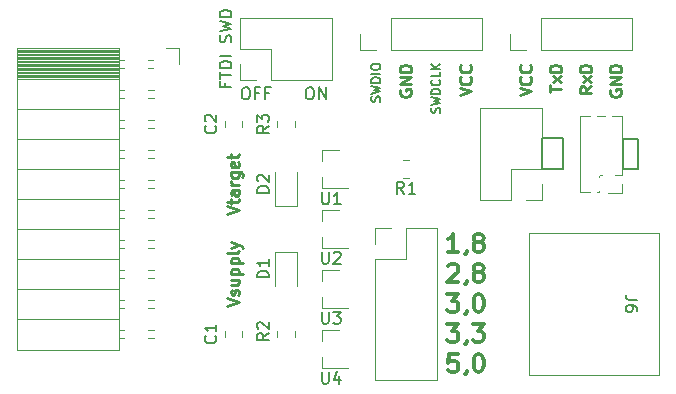
<source format=gbr>
G04 #@! TF.GenerationSoftware,KiCad,Pcbnew,(6.0.2)*
G04 #@! TF.CreationDate,2022-03-04T18:18:09+01:00*
G04 #@! TF.ProjectId,LINK,4c494e4b-2e6b-4696-9361-645f70636258,rev?*
G04 #@! TF.SameCoordinates,Original*
G04 #@! TF.FileFunction,Legend,Top*
G04 #@! TF.FilePolarity,Positive*
%FSLAX46Y46*%
G04 Gerber Fmt 4.6, Leading zero omitted, Abs format (unit mm)*
G04 Created by KiCad (PCBNEW (6.0.2)) date 2022-03-04 18:18:09*
%MOMM*%
%LPD*%
G01*
G04 APERTURE LIST*
%ADD10C,0.150000*%
%ADD11C,0.187500*%
%ADD12C,0.250000*%
%ADD13C,0.300000*%
%ADD14C,0.120000*%
G04 APERTURE END LIST*
D10*
X158810000Y-74900000D02*
X160655000Y-74900000D01*
X160655000Y-74900000D02*
X160655000Y-77470000D01*
X160655000Y-77470000D02*
X158810000Y-77470000D01*
X158810000Y-77470000D02*
X158810000Y-74900000D01*
X165735000Y-74930000D02*
X167005000Y-74930000D01*
X167005000Y-74930000D02*
X167005000Y-77470000D01*
X167005000Y-77470000D02*
X165735000Y-77470000D01*
X165735000Y-77470000D02*
X165735000Y-74930000D01*
D11*
X150163571Y-72733589D02*
X150199285Y-72626446D01*
X150199285Y-72447875D01*
X150163571Y-72376446D01*
X150127857Y-72340732D01*
X150056428Y-72305017D01*
X149985000Y-72305017D01*
X149913571Y-72340732D01*
X149877857Y-72376446D01*
X149842142Y-72447875D01*
X149806428Y-72590732D01*
X149770714Y-72662160D01*
X149735000Y-72697875D01*
X149663571Y-72733589D01*
X149592142Y-72733589D01*
X149520714Y-72697875D01*
X149485000Y-72662160D01*
X149449285Y-72590732D01*
X149449285Y-72412160D01*
X149485000Y-72305017D01*
X149449285Y-72055017D02*
X150199285Y-71876446D01*
X149663571Y-71733589D01*
X150199285Y-71590732D01*
X149449285Y-71412160D01*
X150199285Y-71126446D02*
X149449285Y-71126446D01*
X149449285Y-70947875D01*
X149485000Y-70840732D01*
X149556428Y-70769303D01*
X149627857Y-70733589D01*
X149770714Y-70697875D01*
X149877857Y-70697875D01*
X150020714Y-70733589D01*
X150092142Y-70769303D01*
X150163571Y-70840732D01*
X150199285Y-70947875D01*
X150199285Y-71126446D01*
X150127857Y-69947875D02*
X150163571Y-69983589D01*
X150199285Y-70090732D01*
X150199285Y-70162160D01*
X150163571Y-70269303D01*
X150092142Y-70340732D01*
X150020714Y-70376446D01*
X149877857Y-70412160D01*
X149770714Y-70412160D01*
X149627857Y-70376446D01*
X149556428Y-70340732D01*
X149485000Y-70269303D01*
X149449285Y-70162160D01*
X149449285Y-70090732D01*
X149485000Y-69983589D01*
X149520714Y-69947875D01*
X150199285Y-69269303D02*
X150199285Y-69626446D01*
X149449285Y-69626446D01*
X150199285Y-69019303D02*
X149449285Y-69019303D01*
X150199285Y-68590732D02*
X149770714Y-68912160D01*
X149449285Y-68590732D02*
X149877857Y-69019303D01*
D12*
X151852380Y-71250404D02*
X152852380Y-70917071D01*
X151852380Y-70583738D01*
X152757142Y-69678976D02*
X152804761Y-69726595D01*
X152852380Y-69869452D01*
X152852380Y-69964690D01*
X152804761Y-70107547D01*
X152709523Y-70202785D01*
X152614285Y-70250404D01*
X152423809Y-70298023D01*
X152280952Y-70298023D01*
X152090476Y-70250404D01*
X151995238Y-70202785D01*
X151900000Y-70107547D01*
X151852380Y-69964690D01*
X151852380Y-69869452D01*
X151900000Y-69726595D01*
X151947619Y-69678976D01*
X152757142Y-68678976D02*
X152804761Y-68726595D01*
X152852380Y-68869452D01*
X152852380Y-68964690D01*
X152804761Y-69107547D01*
X152709523Y-69202785D01*
X152614285Y-69250404D01*
X152423809Y-69298023D01*
X152280952Y-69298023D01*
X152090476Y-69250404D01*
X151995238Y-69202785D01*
X151900000Y-69107547D01*
X151852380Y-68964690D01*
X151852380Y-68869452D01*
X151900000Y-68726595D01*
X151947619Y-68678976D01*
X156932380Y-71250404D02*
X157932380Y-70917071D01*
X156932380Y-70583738D01*
X157837142Y-69678976D02*
X157884761Y-69726595D01*
X157932380Y-69869452D01*
X157932380Y-69964690D01*
X157884761Y-70107547D01*
X157789523Y-70202785D01*
X157694285Y-70250404D01*
X157503809Y-70298023D01*
X157360952Y-70298023D01*
X157170476Y-70250404D01*
X157075238Y-70202785D01*
X156980000Y-70107547D01*
X156932380Y-69964690D01*
X156932380Y-69869452D01*
X156980000Y-69726595D01*
X157027619Y-69678976D01*
X157837142Y-68678976D02*
X157884761Y-68726595D01*
X157932380Y-68869452D01*
X157932380Y-68964690D01*
X157884761Y-69107547D01*
X157789523Y-69202785D01*
X157694285Y-69250404D01*
X157503809Y-69298023D01*
X157360952Y-69298023D01*
X157170476Y-69250404D01*
X157075238Y-69202785D01*
X156980000Y-69107547D01*
X156932380Y-68964690D01*
X156932380Y-68869452D01*
X156980000Y-68726595D01*
X157027619Y-68678976D01*
X164600000Y-70774214D02*
X164552380Y-70869452D01*
X164552380Y-71012309D01*
X164600000Y-71155166D01*
X164695238Y-71250404D01*
X164790476Y-71298023D01*
X164980952Y-71345642D01*
X165123809Y-71345642D01*
X165314285Y-71298023D01*
X165409523Y-71250404D01*
X165504761Y-71155166D01*
X165552380Y-71012309D01*
X165552380Y-70917071D01*
X165504761Y-70774214D01*
X165457142Y-70726595D01*
X165123809Y-70726595D01*
X165123809Y-70917071D01*
X165552380Y-70298023D02*
X164552380Y-70298023D01*
X165552380Y-69726595D01*
X164552380Y-69726595D01*
X165552380Y-69250404D02*
X164552380Y-69250404D01*
X164552380Y-69012309D01*
X164600000Y-68869452D01*
X164695238Y-68774214D01*
X164790476Y-68726595D01*
X164980952Y-68678976D01*
X165123809Y-68678976D01*
X165314285Y-68726595D01*
X165409523Y-68774214D01*
X165504761Y-68869452D01*
X165552380Y-69012309D01*
X165552380Y-69250404D01*
X163012380Y-70488500D02*
X162536190Y-70821833D01*
X163012380Y-71059928D02*
X162012380Y-71059928D01*
X162012380Y-70678976D01*
X162060000Y-70583738D01*
X162107619Y-70536119D01*
X162202857Y-70488500D01*
X162345714Y-70488500D01*
X162440952Y-70536119D01*
X162488571Y-70583738D01*
X162536190Y-70678976D01*
X162536190Y-71059928D01*
X163012380Y-70155166D02*
X162345714Y-69631357D01*
X162345714Y-70155166D02*
X163012380Y-69631357D01*
X163012380Y-69250404D02*
X162012380Y-69250404D01*
X162012380Y-69012309D01*
X162060000Y-68869452D01*
X162155238Y-68774214D01*
X162250476Y-68726595D01*
X162440952Y-68678976D01*
X162583809Y-68678976D01*
X162774285Y-68726595D01*
X162869523Y-68774214D01*
X162964761Y-68869452D01*
X163012380Y-69012309D01*
X163012380Y-69250404D01*
X159472380Y-70964690D02*
X159472380Y-70393261D01*
X160472380Y-70678976D02*
X159472380Y-70678976D01*
X160472380Y-70155166D02*
X159805714Y-69631357D01*
X159805714Y-70155166D02*
X160472380Y-69631357D01*
X160472380Y-69250404D02*
X159472380Y-69250404D01*
X159472380Y-69012309D01*
X159520000Y-68869452D01*
X159615238Y-68774214D01*
X159710476Y-68726595D01*
X159900952Y-68678976D01*
X160043809Y-68678976D01*
X160234285Y-68726595D01*
X160329523Y-68774214D01*
X160424761Y-68869452D01*
X160472380Y-69012309D01*
X160472380Y-69250404D01*
D10*
X132008571Y-70214761D02*
X132008571Y-70548095D01*
X132532380Y-70548095D02*
X131532380Y-70548095D01*
X131532380Y-70071904D01*
X131532380Y-69833809D02*
X131532380Y-69262380D01*
X132532380Y-69548095D02*
X131532380Y-69548095D01*
X132532380Y-68929047D02*
X131532380Y-68929047D01*
X131532380Y-68690952D01*
X131580000Y-68548095D01*
X131675238Y-68452857D01*
X131770476Y-68405238D01*
X131960952Y-68357619D01*
X132103809Y-68357619D01*
X132294285Y-68405238D01*
X132389523Y-68452857D01*
X132484761Y-68548095D01*
X132532380Y-68690952D01*
X132532380Y-68929047D01*
X132532380Y-67929047D02*
X131532380Y-67929047D01*
X132484761Y-66738571D02*
X132532380Y-66595714D01*
X132532380Y-66357619D01*
X132484761Y-66262380D01*
X132437142Y-66214761D01*
X132341904Y-66167142D01*
X132246666Y-66167142D01*
X132151428Y-66214761D01*
X132103809Y-66262380D01*
X132056190Y-66357619D01*
X132008571Y-66548095D01*
X131960952Y-66643333D01*
X131913333Y-66690952D01*
X131818095Y-66738571D01*
X131722857Y-66738571D01*
X131627619Y-66690952D01*
X131580000Y-66643333D01*
X131532380Y-66548095D01*
X131532380Y-66310000D01*
X131580000Y-66167142D01*
X131532380Y-65833809D02*
X132532380Y-65595714D01*
X131818095Y-65405238D01*
X132532380Y-65214761D01*
X131532380Y-64976666D01*
X132532380Y-64595714D02*
X131532380Y-64595714D01*
X131532380Y-64357619D01*
X131580000Y-64214761D01*
X131675238Y-64119523D01*
X131770476Y-64071904D01*
X131960952Y-64024285D01*
X132103809Y-64024285D01*
X132294285Y-64071904D01*
X132389523Y-64119523D01*
X132484761Y-64214761D01*
X132532380Y-64357619D01*
X132532380Y-64595714D01*
D13*
X150828571Y-90618571D02*
X151757142Y-90618571D01*
X151257142Y-91190000D01*
X151471428Y-91190000D01*
X151614285Y-91261428D01*
X151685714Y-91332857D01*
X151757142Y-91475714D01*
X151757142Y-91832857D01*
X151685714Y-91975714D01*
X151614285Y-92047142D01*
X151471428Y-92118571D01*
X151042857Y-92118571D01*
X150900000Y-92047142D01*
X150828571Y-91975714D01*
X152471428Y-92047142D02*
X152471428Y-92118571D01*
X152400000Y-92261428D01*
X152328571Y-92332857D01*
X152971428Y-90618571D02*
X153900000Y-90618571D01*
X153400000Y-91190000D01*
X153614285Y-91190000D01*
X153757142Y-91261428D01*
X153828571Y-91332857D01*
X153900000Y-91475714D01*
X153900000Y-91832857D01*
X153828571Y-91975714D01*
X153757142Y-92047142D01*
X153614285Y-92118571D01*
X153185714Y-92118571D01*
X153042857Y-92047142D01*
X152971428Y-91975714D01*
D11*
X145083571Y-71769303D02*
X145119285Y-71662160D01*
X145119285Y-71483589D01*
X145083571Y-71412160D01*
X145047857Y-71376446D01*
X144976428Y-71340732D01*
X144905000Y-71340732D01*
X144833571Y-71376446D01*
X144797857Y-71412160D01*
X144762142Y-71483589D01*
X144726428Y-71626446D01*
X144690714Y-71697875D01*
X144655000Y-71733589D01*
X144583571Y-71769303D01*
X144512142Y-71769303D01*
X144440714Y-71733589D01*
X144405000Y-71697875D01*
X144369285Y-71626446D01*
X144369285Y-71447875D01*
X144405000Y-71340732D01*
X144369285Y-71090732D02*
X145119285Y-70912160D01*
X144583571Y-70769303D01*
X145119285Y-70626446D01*
X144369285Y-70447875D01*
X145119285Y-70162160D02*
X144369285Y-70162160D01*
X144369285Y-69983589D01*
X144405000Y-69876446D01*
X144476428Y-69805017D01*
X144547857Y-69769303D01*
X144690714Y-69733589D01*
X144797857Y-69733589D01*
X144940714Y-69769303D01*
X145012142Y-69805017D01*
X145083571Y-69876446D01*
X145119285Y-69983589D01*
X145119285Y-70162160D01*
X145119285Y-69412160D02*
X144369285Y-69412160D01*
X144369285Y-68912160D02*
X144369285Y-68769303D01*
X144405000Y-68697875D01*
X144476428Y-68626446D01*
X144619285Y-68590732D01*
X144869285Y-68590732D01*
X145012142Y-68626446D01*
X145083571Y-68697875D01*
X145119285Y-68769303D01*
X145119285Y-68912160D01*
X145083571Y-68983589D01*
X145012142Y-69055017D01*
X144869285Y-69090732D01*
X144619285Y-69090732D01*
X144476428Y-69055017D01*
X144405000Y-68983589D01*
X144369285Y-68912160D01*
D12*
X132167380Y-81287619D02*
X133167380Y-80954285D01*
X132167380Y-80620952D01*
X132500714Y-80430476D02*
X132500714Y-80049523D01*
X132167380Y-80287619D02*
X133024523Y-80287619D01*
X133119761Y-80240000D01*
X133167380Y-80144761D01*
X133167380Y-80049523D01*
X133167380Y-79287619D02*
X132643571Y-79287619D01*
X132548333Y-79335238D01*
X132500714Y-79430476D01*
X132500714Y-79620952D01*
X132548333Y-79716190D01*
X133119761Y-79287619D02*
X133167380Y-79382857D01*
X133167380Y-79620952D01*
X133119761Y-79716190D01*
X133024523Y-79763809D01*
X132929285Y-79763809D01*
X132834047Y-79716190D01*
X132786428Y-79620952D01*
X132786428Y-79382857D01*
X132738809Y-79287619D01*
X133167380Y-78811428D02*
X132500714Y-78811428D01*
X132691190Y-78811428D02*
X132595952Y-78763809D01*
X132548333Y-78716190D01*
X132500714Y-78620952D01*
X132500714Y-78525714D01*
X132500714Y-77763809D02*
X133310238Y-77763809D01*
X133405476Y-77811428D01*
X133453095Y-77859047D01*
X133500714Y-77954285D01*
X133500714Y-78097142D01*
X133453095Y-78192380D01*
X133119761Y-77763809D02*
X133167380Y-77859047D01*
X133167380Y-78049523D01*
X133119761Y-78144761D01*
X133072142Y-78192380D01*
X132976904Y-78240000D01*
X132691190Y-78240000D01*
X132595952Y-78192380D01*
X132548333Y-78144761D01*
X132500714Y-78049523D01*
X132500714Y-77859047D01*
X132548333Y-77763809D01*
X133119761Y-76906666D02*
X133167380Y-77001904D01*
X133167380Y-77192380D01*
X133119761Y-77287619D01*
X133024523Y-77335238D01*
X132643571Y-77335238D01*
X132548333Y-77287619D01*
X132500714Y-77192380D01*
X132500714Y-77001904D01*
X132548333Y-76906666D01*
X132643571Y-76859047D01*
X132738809Y-76859047D01*
X132834047Y-77335238D01*
X132500714Y-76573333D02*
X132500714Y-76192380D01*
X132167380Y-76430476D02*
X133024523Y-76430476D01*
X133119761Y-76382857D01*
X133167380Y-76287619D01*
X133167380Y-76192380D01*
D10*
X133667619Y-70572380D02*
X133858095Y-70572380D01*
X133953333Y-70620000D01*
X134048571Y-70715238D01*
X134096190Y-70905714D01*
X134096190Y-71239047D01*
X134048571Y-71429523D01*
X133953333Y-71524761D01*
X133858095Y-71572380D01*
X133667619Y-71572380D01*
X133572380Y-71524761D01*
X133477142Y-71429523D01*
X133429523Y-71239047D01*
X133429523Y-70905714D01*
X133477142Y-70715238D01*
X133572380Y-70620000D01*
X133667619Y-70572380D01*
X134858095Y-71048571D02*
X134524761Y-71048571D01*
X134524761Y-71572380D02*
X134524761Y-70572380D01*
X135000952Y-70572380D01*
X135715238Y-71048571D02*
X135381904Y-71048571D01*
X135381904Y-71572380D02*
X135381904Y-70572380D01*
X135858095Y-70572380D01*
D13*
X150828571Y-88078571D02*
X151757142Y-88078571D01*
X151257142Y-88650000D01*
X151471428Y-88650000D01*
X151614285Y-88721428D01*
X151685714Y-88792857D01*
X151757142Y-88935714D01*
X151757142Y-89292857D01*
X151685714Y-89435714D01*
X151614285Y-89507142D01*
X151471428Y-89578571D01*
X151042857Y-89578571D01*
X150900000Y-89507142D01*
X150828571Y-89435714D01*
X152471428Y-89507142D02*
X152471428Y-89578571D01*
X152400000Y-89721428D01*
X152328571Y-89792857D01*
X153400000Y-88078571D02*
X153542857Y-88078571D01*
X153685714Y-88150000D01*
X153757142Y-88221428D01*
X153828571Y-88364285D01*
X153900000Y-88650000D01*
X153900000Y-89007142D01*
X153828571Y-89292857D01*
X153757142Y-89435714D01*
X153685714Y-89507142D01*
X153542857Y-89578571D01*
X153400000Y-89578571D01*
X153257142Y-89507142D01*
X153185714Y-89435714D01*
X153114285Y-89292857D01*
X153042857Y-89007142D01*
X153042857Y-88650000D01*
X153114285Y-88364285D01*
X153185714Y-88221428D01*
X153257142Y-88150000D01*
X153400000Y-88078571D01*
D10*
X139080952Y-70572380D02*
X139271428Y-70572380D01*
X139366666Y-70620000D01*
X139461904Y-70715238D01*
X139509523Y-70905714D01*
X139509523Y-71239047D01*
X139461904Y-71429523D01*
X139366666Y-71524761D01*
X139271428Y-71572380D01*
X139080952Y-71572380D01*
X138985714Y-71524761D01*
X138890476Y-71429523D01*
X138842857Y-71239047D01*
X138842857Y-70905714D01*
X138890476Y-70715238D01*
X138985714Y-70620000D01*
X139080952Y-70572380D01*
X139938095Y-71572380D02*
X139938095Y-70572380D01*
X140509523Y-71572380D01*
X140509523Y-70572380D01*
D13*
X151685714Y-93158571D02*
X150971428Y-93158571D01*
X150900000Y-93872857D01*
X150971428Y-93801428D01*
X151114285Y-93730000D01*
X151471428Y-93730000D01*
X151614285Y-93801428D01*
X151685714Y-93872857D01*
X151757142Y-94015714D01*
X151757142Y-94372857D01*
X151685714Y-94515714D01*
X151614285Y-94587142D01*
X151471428Y-94658571D01*
X151114285Y-94658571D01*
X150971428Y-94587142D01*
X150900000Y-94515714D01*
X152471428Y-94587142D02*
X152471428Y-94658571D01*
X152400000Y-94801428D01*
X152328571Y-94872857D01*
X153400000Y-93158571D02*
X153542857Y-93158571D01*
X153685714Y-93230000D01*
X153757142Y-93301428D01*
X153828571Y-93444285D01*
X153900000Y-93730000D01*
X153900000Y-94087142D01*
X153828571Y-94372857D01*
X153757142Y-94515714D01*
X153685714Y-94587142D01*
X153542857Y-94658571D01*
X153400000Y-94658571D01*
X153257142Y-94587142D01*
X153185714Y-94515714D01*
X153114285Y-94372857D01*
X153042857Y-94087142D01*
X153042857Y-93730000D01*
X153114285Y-93444285D01*
X153185714Y-93301428D01*
X153257142Y-93230000D01*
X153400000Y-93158571D01*
X150900000Y-85681428D02*
X150971428Y-85610000D01*
X151114285Y-85538571D01*
X151471428Y-85538571D01*
X151614285Y-85610000D01*
X151685714Y-85681428D01*
X151757142Y-85824285D01*
X151757142Y-85967142D01*
X151685714Y-86181428D01*
X150828571Y-87038571D01*
X151757142Y-87038571D01*
X152471428Y-86967142D02*
X152471428Y-87038571D01*
X152400000Y-87181428D01*
X152328571Y-87252857D01*
X153328571Y-86181428D02*
X153185714Y-86110000D01*
X153114285Y-86038571D01*
X153042857Y-85895714D01*
X153042857Y-85824285D01*
X153114285Y-85681428D01*
X153185714Y-85610000D01*
X153328571Y-85538571D01*
X153614285Y-85538571D01*
X153757142Y-85610000D01*
X153828571Y-85681428D01*
X153900000Y-85824285D01*
X153900000Y-85895714D01*
X153828571Y-86038571D01*
X153757142Y-86110000D01*
X153614285Y-86181428D01*
X153328571Y-86181428D01*
X153185714Y-86252857D01*
X153114285Y-86324285D01*
X153042857Y-86467142D01*
X153042857Y-86752857D01*
X153114285Y-86895714D01*
X153185714Y-86967142D01*
X153328571Y-87038571D01*
X153614285Y-87038571D01*
X153757142Y-86967142D01*
X153828571Y-86895714D01*
X153900000Y-86752857D01*
X153900000Y-86467142D01*
X153828571Y-86324285D01*
X153757142Y-86252857D01*
X153614285Y-86181428D01*
D12*
X146820000Y-70774214D02*
X146772380Y-70869452D01*
X146772380Y-71012309D01*
X146820000Y-71155166D01*
X146915238Y-71250404D01*
X147010476Y-71298023D01*
X147200952Y-71345642D01*
X147343809Y-71345642D01*
X147534285Y-71298023D01*
X147629523Y-71250404D01*
X147724761Y-71155166D01*
X147772380Y-71012309D01*
X147772380Y-70917071D01*
X147724761Y-70774214D01*
X147677142Y-70726595D01*
X147343809Y-70726595D01*
X147343809Y-70917071D01*
X147772380Y-70298023D02*
X146772380Y-70298023D01*
X147772380Y-69726595D01*
X146772380Y-69726595D01*
X147772380Y-69250404D02*
X146772380Y-69250404D01*
X146772380Y-69012309D01*
X146820000Y-68869452D01*
X146915238Y-68774214D01*
X147010476Y-68726595D01*
X147200952Y-68678976D01*
X147343809Y-68678976D01*
X147534285Y-68726595D01*
X147629523Y-68774214D01*
X147724761Y-68869452D01*
X147772380Y-69012309D01*
X147772380Y-69250404D01*
X132167380Y-89098095D02*
X133167380Y-88764761D01*
X132167380Y-88431428D01*
X133119761Y-88145714D02*
X133167380Y-88050476D01*
X133167380Y-87860000D01*
X133119761Y-87764761D01*
X133024523Y-87717142D01*
X132976904Y-87717142D01*
X132881666Y-87764761D01*
X132834047Y-87860000D01*
X132834047Y-88002857D01*
X132786428Y-88098095D01*
X132691190Y-88145714D01*
X132643571Y-88145714D01*
X132548333Y-88098095D01*
X132500714Y-88002857D01*
X132500714Y-87860000D01*
X132548333Y-87764761D01*
X132500714Y-86860000D02*
X133167380Y-86860000D01*
X132500714Y-87288571D02*
X133024523Y-87288571D01*
X133119761Y-87240952D01*
X133167380Y-87145714D01*
X133167380Y-87002857D01*
X133119761Y-86907619D01*
X133072142Y-86860000D01*
X132500714Y-86383809D02*
X133500714Y-86383809D01*
X132548333Y-86383809D02*
X132500714Y-86288571D01*
X132500714Y-86098095D01*
X132548333Y-86002857D01*
X132595952Y-85955238D01*
X132691190Y-85907619D01*
X132976904Y-85907619D01*
X133072142Y-85955238D01*
X133119761Y-86002857D01*
X133167380Y-86098095D01*
X133167380Y-86288571D01*
X133119761Y-86383809D01*
X132500714Y-85479047D02*
X133500714Y-85479047D01*
X132548333Y-85479047D02*
X132500714Y-85383809D01*
X132500714Y-85193333D01*
X132548333Y-85098095D01*
X132595952Y-85050476D01*
X132691190Y-85002857D01*
X132976904Y-85002857D01*
X133072142Y-85050476D01*
X133119761Y-85098095D01*
X133167380Y-85193333D01*
X133167380Y-85383809D01*
X133119761Y-85479047D01*
X133167380Y-84431428D02*
X133119761Y-84526666D01*
X133024523Y-84574285D01*
X132167380Y-84574285D01*
X132500714Y-84145714D02*
X133167380Y-83907619D01*
X132500714Y-83669523D02*
X133167380Y-83907619D01*
X133405476Y-84002857D01*
X133453095Y-84050476D01*
X133500714Y-84145714D01*
D13*
X151757142Y-84498571D02*
X150900000Y-84498571D01*
X151328571Y-84498571D02*
X151328571Y-82998571D01*
X151185714Y-83212857D01*
X151042857Y-83355714D01*
X150900000Y-83427142D01*
X152471428Y-84427142D02*
X152471428Y-84498571D01*
X152400000Y-84641428D01*
X152328571Y-84712857D01*
X153328571Y-83641428D02*
X153185714Y-83570000D01*
X153114285Y-83498571D01*
X153042857Y-83355714D01*
X153042857Y-83284285D01*
X153114285Y-83141428D01*
X153185714Y-83070000D01*
X153328571Y-82998571D01*
X153614285Y-82998571D01*
X153757142Y-83070000D01*
X153828571Y-83141428D01*
X153900000Y-83284285D01*
X153900000Y-83355714D01*
X153828571Y-83498571D01*
X153757142Y-83570000D01*
X153614285Y-83641428D01*
X153328571Y-83641428D01*
X153185714Y-83712857D01*
X153114285Y-83784285D01*
X153042857Y-83927142D01*
X153042857Y-84212857D01*
X153114285Y-84355714D01*
X153185714Y-84427142D01*
X153328571Y-84498571D01*
X153614285Y-84498571D01*
X153757142Y-84427142D01*
X153828571Y-84355714D01*
X153900000Y-84212857D01*
X153900000Y-83927142D01*
X153828571Y-83784285D01*
X153757142Y-83712857D01*
X153614285Y-83641428D01*
D10*
X135707380Y-73826666D02*
X135231190Y-74160000D01*
X135707380Y-74398095D02*
X134707380Y-74398095D01*
X134707380Y-74017142D01*
X134755000Y-73921904D01*
X134802619Y-73874285D01*
X134897857Y-73826666D01*
X135040714Y-73826666D01*
X135135952Y-73874285D01*
X135183571Y-73921904D01*
X135231190Y-74017142D01*
X135231190Y-74398095D01*
X134707380Y-73493333D02*
X134707380Y-72874285D01*
X135088333Y-73207619D01*
X135088333Y-73064761D01*
X135135952Y-72969523D01*
X135183571Y-72921904D01*
X135278809Y-72874285D01*
X135516904Y-72874285D01*
X135612142Y-72921904D01*
X135659761Y-72969523D01*
X135707380Y-73064761D01*
X135707380Y-73350476D01*
X135659761Y-73445714D01*
X135612142Y-73493333D01*
X135707380Y-86668095D02*
X134707380Y-86668095D01*
X134707380Y-86430000D01*
X134755000Y-86287142D01*
X134850238Y-86191904D01*
X134945476Y-86144285D01*
X135135952Y-86096666D01*
X135278809Y-86096666D01*
X135469285Y-86144285D01*
X135564523Y-86191904D01*
X135659761Y-86287142D01*
X135707380Y-86430000D01*
X135707380Y-86668095D01*
X135707380Y-85144285D02*
X135707380Y-85715714D01*
X135707380Y-85430000D02*
X134707380Y-85430000D01*
X134850238Y-85525238D01*
X134945476Y-85620476D01*
X134993095Y-85715714D01*
X135707380Y-79478095D02*
X134707380Y-79478095D01*
X134707380Y-79240000D01*
X134755000Y-79097142D01*
X134850238Y-79001904D01*
X134945476Y-78954285D01*
X135135952Y-78906666D01*
X135278809Y-78906666D01*
X135469285Y-78954285D01*
X135564523Y-79001904D01*
X135659761Y-79097142D01*
X135707380Y-79240000D01*
X135707380Y-79478095D01*
X134802619Y-78525714D02*
X134755000Y-78478095D01*
X134707380Y-78382857D01*
X134707380Y-78144761D01*
X134755000Y-78049523D01*
X134802619Y-78001904D01*
X134897857Y-77954285D01*
X134993095Y-77954285D01*
X135135952Y-78001904D01*
X135707380Y-78573333D01*
X135707380Y-77954285D01*
X131167142Y-91606666D02*
X131214761Y-91654285D01*
X131262380Y-91797142D01*
X131262380Y-91892380D01*
X131214761Y-92035238D01*
X131119523Y-92130476D01*
X131024285Y-92178095D01*
X130833809Y-92225714D01*
X130690952Y-92225714D01*
X130500476Y-92178095D01*
X130405238Y-92130476D01*
X130310000Y-92035238D01*
X130262380Y-91892380D01*
X130262380Y-91797142D01*
X130310000Y-91654285D01*
X130357619Y-91606666D01*
X131262380Y-90654285D02*
X131262380Y-91225714D01*
X131262380Y-90940000D02*
X130262380Y-90940000D01*
X130405238Y-91035238D01*
X130500476Y-91130476D01*
X130548095Y-91225714D01*
X131167142Y-73826666D02*
X131214761Y-73874285D01*
X131262380Y-74017142D01*
X131262380Y-74112380D01*
X131214761Y-74255238D01*
X131119523Y-74350476D01*
X131024285Y-74398095D01*
X130833809Y-74445714D01*
X130690952Y-74445714D01*
X130500476Y-74398095D01*
X130405238Y-74350476D01*
X130310000Y-74255238D01*
X130262380Y-74112380D01*
X130262380Y-74017142D01*
X130310000Y-73874285D01*
X130357619Y-73826666D01*
X130357619Y-73445714D02*
X130310000Y-73398095D01*
X130262380Y-73302857D01*
X130262380Y-73064761D01*
X130310000Y-72969523D01*
X130357619Y-72921904D01*
X130452857Y-72874285D01*
X130548095Y-72874285D01*
X130690952Y-72921904D01*
X131262380Y-73493333D01*
X131262380Y-72874285D01*
X135707380Y-91389166D02*
X135231190Y-91722500D01*
X135707380Y-91960595D02*
X134707380Y-91960595D01*
X134707380Y-91579642D01*
X134755000Y-91484404D01*
X134802619Y-91436785D01*
X134897857Y-91389166D01*
X135040714Y-91389166D01*
X135135952Y-91436785D01*
X135183571Y-91484404D01*
X135231190Y-91579642D01*
X135231190Y-91960595D01*
X134802619Y-91008214D02*
X134755000Y-90960595D01*
X134707380Y-90865357D01*
X134707380Y-90627261D01*
X134755000Y-90532023D01*
X134802619Y-90484404D01*
X134897857Y-90436785D01*
X134993095Y-90436785D01*
X135135952Y-90484404D01*
X135707380Y-91055833D01*
X135707380Y-90436785D01*
X166917619Y-88566666D02*
X166203333Y-88566666D01*
X166060476Y-88519047D01*
X165965238Y-88423809D01*
X165917619Y-88280952D01*
X165917619Y-88185714D01*
X166917619Y-89471428D02*
X166917619Y-89280952D01*
X166870000Y-89185714D01*
X166822380Y-89138095D01*
X166679523Y-89042857D01*
X166489047Y-88995238D01*
X166108095Y-88995238D01*
X166012857Y-89042857D01*
X165965238Y-89090476D01*
X165917619Y-89185714D01*
X165917619Y-89376190D01*
X165965238Y-89471428D01*
X166012857Y-89519047D01*
X166108095Y-89566666D01*
X166346190Y-89566666D01*
X166441428Y-89519047D01*
X166489047Y-89471428D01*
X166536666Y-89376190D01*
X166536666Y-89185714D01*
X166489047Y-89090476D01*
X166441428Y-89042857D01*
X166346190Y-88995238D01*
X140208095Y-94662380D02*
X140208095Y-95471904D01*
X140255714Y-95567142D01*
X140303333Y-95614761D01*
X140398571Y-95662380D01*
X140589047Y-95662380D01*
X140684285Y-95614761D01*
X140731904Y-95567142D01*
X140779523Y-95471904D01*
X140779523Y-94662380D01*
X141684285Y-94995714D02*
X141684285Y-95662380D01*
X141446190Y-94614761D02*
X141208095Y-95329047D01*
X141827142Y-95329047D01*
X140208095Y-89582380D02*
X140208095Y-90391904D01*
X140255714Y-90487142D01*
X140303333Y-90534761D01*
X140398571Y-90582380D01*
X140589047Y-90582380D01*
X140684285Y-90534761D01*
X140731904Y-90487142D01*
X140779523Y-90391904D01*
X140779523Y-89582380D01*
X141160476Y-89582380D02*
X141779523Y-89582380D01*
X141446190Y-89963333D01*
X141589047Y-89963333D01*
X141684285Y-90010952D01*
X141731904Y-90058571D01*
X141779523Y-90153809D01*
X141779523Y-90391904D01*
X141731904Y-90487142D01*
X141684285Y-90534761D01*
X141589047Y-90582380D01*
X141303333Y-90582380D01*
X141208095Y-90534761D01*
X141160476Y-90487142D01*
X140208095Y-84502380D02*
X140208095Y-85311904D01*
X140255714Y-85407142D01*
X140303333Y-85454761D01*
X140398571Y-85502380D01*
X140589047Y-85502380D01*
X140684285Y-85454761D01*
X140731904Y-85407142D01*
X140779523Y-85311904D01*
X140779523Y-84502380D01*
X141208095Y-84597619D02*
X141255714Y-84550000D01*
X141350952Y-84502380D01*
X141589047Y-84502380D01*
X141684285Y-84550000D01*
X141731904Y-84597619D01*
X141779523Y-84692857D01*
X141779523Y-84788095D01*
X141731904Y-84930952D01*
X141160476Y-85502380D01*
X141779523Y-85502380D01*
X140208095Y-79462380D02*
X140208095Y-80271904D01*
X140255714Y-80367142D01*
X140303333Y-80414761D01*
X140398571Y-80462380D01*
X140589047Y-80462380D01*
X140684285Y-80414761D01*
X140731904Y-80367142D01*
X140779523Y-80271904D01*
X140779523Y-79462380D01*
X141779523Y-80462380D02*
X141208095Y-80462380D01*
X141493809Y-80462380D02*
X141493809Y-79462380D01*
X141398571Y-79605238D01*
X141303333Y-79700476D01*
X141208095Y-79748095D01*
X147153333Y-79572380D02*
X146820000Y-79096190D01*
X146581904Y-79572380D02*
X146581904Y-78572380D01*
X146962857Y-78572380D01*
X147058095Y-78620000D01*
X147105714Y-78667619D01*
X147153333Y-78762857D01*
X147153333Y-78905714D01*
X147105714Y-79000952D01*
X147058095Y-79048571D01*
X146962857Y-79096190D01*
X146581904Y-79096190D01*
X148105714Y-79572380D02*
X147534285Y-79572380D01*
X147820000Y-79572380D02*
X147820000Y-78572380D01*
X147724761Y-78715238D01*
X147629523Y-78810476D01*
X147534285Y-78858095D01*
D14*
X136425000Y-73432936D02*
X136425000Y-73887064D01*
X137895000Y-73432936D02*
X137895000Y-73887064D01*
X136200000Y-84500000D02*
X136200000Y-87360000D01*
X138120000Y-84500000D02*
X136200000Y-84500000D01*
X138120000Y-87360000D02*
X138120000Y-84500000D01*
X136200000Y-80600000D02*
X138120000Y-80600000D01*
X136200000Y-77740000D02*
X136200000Y-80600000D01*
X138120000Y-80600000D02*
X138120000Y-77740000D01*
X125510000Y-74020000D02*
X125950000Y-74020000D01*
X123000000Y-81640000D02*
X123410000Y-81640000D01*
X123000000Y-71480000D02*
X123410000Y-71480000D01*
X114370000Y-69023330D02*
X123000000Y-69023330D01*
X123000000Y-91080000D02*
X123410000Y-91080000D01*
X114370000Y-68078570D02*
X123000000Y-68078570D01*
X123000000Y-89260000D02*
X123410000Y-89260000D01*
X114370000Y-68432855D02*
X123000000Y-68432855D01*
X125510000Y-83460000D02*
X125950000Y-83460000D01*
X114370000Y-67250000D02*
X123000000Y-67250000D01*
X123000000Y-74020000D02*
X123410000Y-74020000D01*
X125510000Y-84180000D02*
X125950000Y-84180000D01*
X114370000Y-90170000D02*
X123000000Y-90170000D01*
X123000000Y-68940000D02*
X123410000Y-68940000D01*
X125510000Y-79100000D02*
X125950000Y-79100000D01*
X114370000Y-69613805D02*
X123000000Y-69613805D01*
X123000000Y-84180000D02*
X123410000Y-84180000D01*
X114370000Y-68550950D02*
X123000000Y-68550950D01*
X123000000Y-86000000D02*
X123410000Y-86000000D01*
X123000000Y-91800000D02*
X123410000Y-91800000D01*
X128110000Y-67250000D02*
X128110000Y-68580000D01*
X114370000Y-68196665D02*
X123000000Y-68196665D01*
X123000000Y-88540000D02*
X123410000Y-88540000D01*
X114370000Y-69850000D02*
X123000000Y-69850000D01*
X125510000Y-71480000D02*
X125950000Y-71480000D01*
X123000000Y-70760000D02*
X123410000Y-70760000D01*
X123000000Y-79100000D02*
X123410000Y-79100000D01*
X123000000Y-78380000D02*
X123410000Y-78380000D01*
X114370000Y-69495710D02*
X123000000Y-69495710D01*
X123000000Y-86720000D02*
X123410000Y-86720000D01*
X125510000Y-68220000D02*
X125890000Y-68220000D01*
X114370000Y-67606190D02*
X123000000Y-67606190D01*
X123000000Y-83460000D02*
X123410000Y-83460000D01*
X114370000Y-67488095D02*
X123000000Y-67488095D01*
X125510000Y-86000000D02*
X125950000Y-86000000D01*
X114370000Y-67960475D02*
X123000000Y-67960475D01*
X125510000Y-68940000D02*
X125890000Y-68940000D01*
X125510000Y-89260000D02*
X125950000Y-89260000D01*
X114370000Y-67724285D02*
X123000000Y-67724285D01*
X125510000Y-91800000D02*
X125950000Y-91800000D01*
X125510000Y-70760000D02*
X125950000Y-70760000D01*
X114370000Y-69141425D02*
X123000000Y-69141425D01*
X123000000Y-68220000D02*
X123410000Y-68220000D01*
X114370000Y-67250000D02*
X114370000Y-92770000D01*
X125510000Y-86720000D02*
X125950000Y-86720000D01*
X123000000Y-80920000D02*
X123410000Y-80920000D01*
X125510000Y-91080000D02*
X125950000Y-91080000D01*
X114370000Y-67842380D02*
X123000000Y-67842380D01*
X114370000Y-68905235D02*
X123000000Y-68905235D01*
X114370000Y-68787140D02*
X123000000Y-68787140D01*
X125510000Y-75840000D02*
X125950000Y-75840000D01*
X125510000Y-76560000D02*
X125950000Y-76560000D01*
X125510000Y-88540000D02*
X125950000Y-88540000D01*
X114370000Y-82550000D02*
X123000000Y-82550000D01*
X114370000Y-69731900D02*
X123000000Y-69731900D01*
X125510000Y-78380000D02*
X125950000Y-78380000D01*
X114370000Y-74930000D02*
X123000000Y-74930000D01*
X125510000Y-80920000D02*
X125950000Y-80920000D01*
X114370000Y-68669045D02*
X123000000Y-68669045D01*
X114370000Y-69377615D02*
X123000000Y-69377615D01*
X123000000Y-76560000D02*
X123410000Y-76560000D01*
X114370000Y-68314760D02*
X123000000Y-68314760D01*
X125510000Y-81640000D02*
X125950000Y-81640000D01*
X114370000Y-92770000D02*
X123000000Y-92770000D01*
X114370000Y-85090000D02*
X123000000Y-85090000D01*
X114370000Y-87630000D02*
X123000000Y-87630000D01*
X123000000Y-73300000D02*
X123410000Y-73300000D01*
X114370000Y-69259520D02*
X123000000Y-69259520D01*
X123000000Y-67250000D02*
X123000000Y-92770000D01*
X114370000Y-80010000D02*
X123000000Y-80010000D01*
X114370000Y-72390000D02*
X123000000Y-72390000D01*
X127000000Y-67250000D02*
X128110000Y-67250000D01*
X114370000Y-67370000D02*
X123000000Y-67370000D01*
X114370000Y-77470000D02*
X123000000Y-77470000D01*
X123000000Y-75840000D02*
X123410000Y-75840000D01*
X125510000Y-73300000D02*
X125950000Y-73300000D01*
X153730000Y-67370000D02*
X153730000Y-64710000D01*
X144780000Y-67370000D02*
X143450000Y-67370000D01*
X146050000Y-67370000D02*
X153730000Y-67370000D01*
X143450000Y-67370000D02*
X143450000Y-66040000D01*
X146050000Y-67370000D02*
X146050000Y-64710000D01*
X146050000Y-64710000D02*
X153730000Y-64710000D01*
X165585000Y-78750000D02*
X165585000Y-79510000D01*
X162877470Y-72975000D02*
X162055000Y-72975000D01*
X165585000Y-79510000D02*
X164455000Y-79510000D01*
X162877470Y-79445000D02*
X162055000Y-79445000D01*
X164147470Y-72975000D02*
X163492530Y-72975000D01*
X165585000Y-77990000D02*
X165018471Y-77990000D01*
X163695000Y-78043471D02*
X163695000Y-78186529D01*
X163695000Y-79445000D02*
X163492530Y-79445000D01*
X163891529Y-77990000D02*
X163748471Y-77990000D01*
X165585000Y-77990000D02*
X165585000Y-72975000D01*
X165585000Y-72975000D02*
X164762530Y-72975000D01*
X163695000Y-79313471D02*
X163695000Y-79445000D01*
X162055000Y-79445000D02*
X162055000Y-72975000D01*
X131980000Y-91701252D02*
X131980000Y-91178748D01*
X133450000Y-91701252D02*
X133450000Y-91178748D01*
X131980000Y-73398748D02*
X131980000Y-73921252D01*
X133450000Y-73398748D02*
X133450000Y-73921252D01*
X158750000Y-67370000D02*
X158750000Y-64710000D01*
X158750000Y-64710000D02*
X166430000Y-64710000D01*
X156150000Y-67370000D02*
X156150000Y-66040000D01*
X157480000Y-67370000D02*
X156150000Y-67370000D01*
X166430000Y-67370000D02*
X166430000Y-64710000D01*
X158750000Y-67370000D02*
X166430000Y-67370000D01*
X136425000Y-91667064D02*
X136425000Y-91212936D01*
X137895000Y-91667064D02*
X137895000Y-91212936D01*
X168750000Y-94900000D02*
X163750000Y-94900000D01*
X157750000Y-94900000D02*
X157750000Y-82900000D01*
X157750000Y-82900000D02*
X163750000Y-82900000D01*
X168750000Y-82900000D02*
X168750000Y-94900000D01*
X163750000Y-82900000D02*
X168750000Y-82900000D01*
X163750000Y-94900000D02*
X157750000Y-94900000D01*
X158810000Y-80070000D02*
X157480000Y-80070000D01*
X158810000Y-77470000D02*
X156210000Y-77470000D01*
X156210000Y-77470000D02*
X156210000Y-80070000D01*
X158810000Y-72330000D02*
X153610000Y-72330000D01*
X156210000Y-80070000D02*
X153610000Y-80070000D01*
X158810000Y-77470000D02*
X158810000Y-72330000D01*
X153610000Y-80070000D02*
X153610000Y-72330000D01*
X158810000Y-78740000D02*
X158810000Y-80070000D01*
X144720000Y-83820000D02*
X144720000Y-82490000D01*
X149920000Y-82490000D02*
X149920000Y-95310000D01*
X147320000Y-85090000D02*
X147320000Y-82490000D01*
X144720000Y-85090000D02*
X147320000Y-85090000D01*
X147320000Y-82490000D02*
X149920000Y-82490000D01*
X144720000Y-82490000D02*
X146050000Y-82490000D01*
X144720000Y-85090000D02*
X144720000Y-95310000D01*
X144720000Y-95310000D02*
X149920000Y-95310000D01*
X140210000Y-94290000D02*
X140210000Y-93360000D01*
X140210000Y-94290000D02*
X142370000Y-94290000D01*
X140210000Y-91130000D02*
X141670000Y-91130000D01*
X140210000Y-91130000D02*
X140210000Y-92060000D01*
X140210000Y-89210000D02*
X140210000Y-88280000D01*
X140210000Y-86050000D02*
X140210000Y-86980000D01*
X140210000Y-89210000D02*
X142370000Y-89210000D01*
X140210000Y-86050000D02*
X141670000Y-86050000D01*
X140210000Y-84130000D02*
X140210000Y-83200000D01*
X140210000Y-80970000D02*
X140210000Y-81900000D01*
X140210000Y-84130000D02*
X142370000Y-84130000D01*
X140210000Y-80970000D02*
X141670000Y-80970000D01*
X140210000Y-75890000D02*
X141670000Y-75890000D01*
X140210000Y-79050000D02*
X142370000Y-79050000D01*
X140210000Y-75890000D02*
X140210000Y-76820000D01*
X140210000Y-79050000D02*
X140210000Y-78120000D01*
X135905000Y-69915000D02*
X135905000Y-67315000D01*
X133305000Y-69915000D02*
X133305000Y-68585000D01*
X135905000Y-69915000D02*
X141045000Y-69915000D01*
X133305000Y-64715000D02*
X141045000Y-64715000D01*
X135905000Y-67315000D02*
X133305000Y-67315000D01*
X141045000Y-69915000D02*
X141045000Y-64715000D01*
X133305000Y-67315000D02*
X133305000Y-64715000D01*
X134635000Y-69915000D02*
X133305000Y-69915000D01*
X147547064Y-78205000D02*
X147092936Y-78205000D01*
X147547064Y-76735000D02*
X147092936Y-76735000D01*
M02*

</source>
